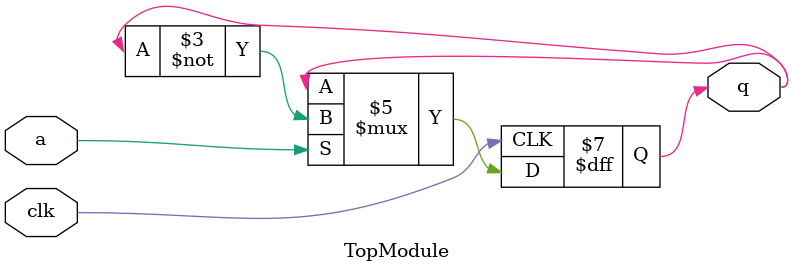
<source format=sv>
module TopModule (
    input logic clk,    // 1-bit clock input, positive edge-triggered
    input logic a,      // 1-bit data input
    output logic q      // 1-bit output, state of the circuit
);

// The module is a sequential circuit that toggles the output `q` based on the input `a`,
// but only when the clock signal `clk` has a rising edge. The following describes the behavior:

// **Initial State**: 
// At simulation start or power-up, the state of `q` is initialized to 0.

// **Behavior**: 
// - On the rising edge of `clk`:
//   - If `a` is 0, keep `q` unchanged.
//   - If `a` is 1, toggle the state of `q` (i.e., if `q` was 1, it becomes 0 and vice versa).

// **Reset Behavior**: 
// No reset signal is specified; thus, the circuit does not include any reset logic.

// **Assumptions**: 
// - The input `a` is stable around the clock edge (setup and hold times are met).
// - The initial value of `q` is explicitly set to 0 for simulation and synthesis purposes.

initial begin
    q = 1'b0; // Initialize q to 0 to avoid undefined states
end

always @(posedge clk) begin
    if (a == 1'b1) begin
        q <= ~q; // Toggle the output
    end
    // If a == 0, q remains unchanged
end

endmodule
</source>
